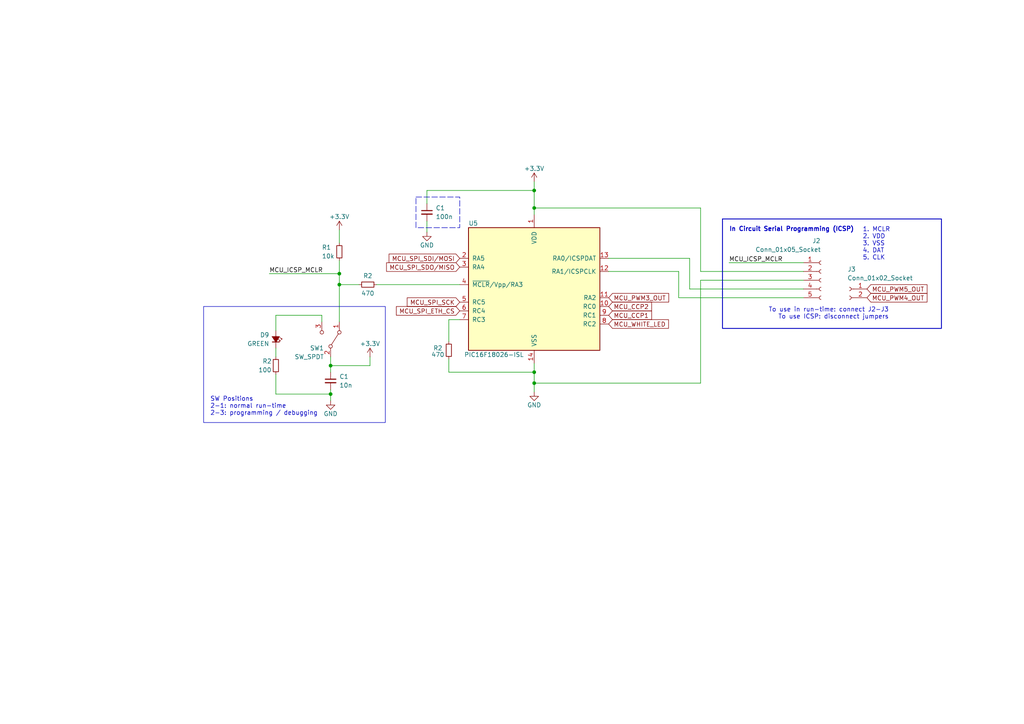
<source format=kicad_sch>
(kicad_sch (version 20230121) (generator eeschema)
  (paper "A4")
  (title_block (title "Photogrammetry Rig - LED Driver") (date "2023-08-02") (rev "0.1.0"))
  (lib_symbols
    (symbol "Connector:Conn_01x02_Socket" (pin_names (offset 1.016) hide)
      (property "Reference" "J" (at 0 2.54 0))
      (property "Value" "Conn_01x02_Socket" (at 0 -5.08 0))
      (symbol "Conn_01x02_Socket_1_1"
        (arc (start 0 -2.032) (mid -0.5058 -2.54) (end 0 -3.048) (stroke (width 0.1524)))
        (polyline (pts (xy -1.27 -2.54) (xy -0.508 -2.54)) (stroke (width 0.1524)))
        (polyline (pts (xy -1.27 0) (xy -0.508 0)) (stroke (width 0.1524)))
        (arc (start 0 0.508) (mid -0.5058 0) (end 0 -0.508) (stroke (width 0.1524)))
        (pin passive line (at -5.08 0 0) (length 3.81) (name "Pin_1") (number "1"))
        (pin passive line (at -5.08 -2.54 0) (length 3.81) (name "Pin_2") (number "2"))
      )
    )
    (symbol "Connector:Conn_01x05_Socket" (pin_names (offset 1.016) hide)
      (property "Reference" "J" (at 0 7.62 0))
      (property "Value" "Conn_01x05_Socket" (at 0 -7.62 0))
      (symbol "Conn_01x05_Socket_1_1"
        (arc (start 0 -4.572) (mid -0.5058 -5.08) (end 0 -5.588) (stroke (width 0.1524)))
        (arc (start 0 -2.032) (mid -0.5058 -2.54) (end 0 -3.048) (stroke (width 0.1524)))
        (polyline (pts (xy -1.27 -5.08) (xy -0.508 -5.08)) (stroke (width 0.1524)))
        (polyline (pts (xy -1.27 -2.54) (xy -0.508 -2.54)) (stroke (width 0.1524)))
        (polyline (pts (xy -1.27 0) (xy -0.508 0)) (stroke (width 0.1524)))
        (polyline (pts (xy -1.27 2.54) (xy -0.508 2.54)) (stroke (width 0.1524)))
        (polyline (pts (xy -1.27 5.08) (xy -0.508 5.08)) (stroke (width 0.1524)))
        (arc (start 0 0.508) (mid -0.5058 0) (end 0 -0.508) (stroke (width 0.1524)))
        (arc (start 0 3.048) (mid -0.5058 2.54) (end 0 2.032) (stroke (width 0.1524)))
        (arc (start 0 5.588) (mid -0.5058 5.08) (end 0 4.572) (stroke (width 0.1524)))
        (pin passive line (at -5.08 5.08 0) (length 3.81) (name "Pin_1") (number "1"))
        (pin passive line (at -5.08 2.54 0) (length 3.81) (name "Pin_2") (number "2"))
        (pin passive line (at -5.08 0 0) (length 3.81) (name "Pin_3") (number "3"))
        (pin passive line (at -5.08 -2.54 0) (length 3.81) (name "Pin_4") (number "4"))
        (pin passive line (at -5.08 -5.08 0) (length 3.81) (name "Pin_5") (number "5"))
      )
    )
    (symbol "Device:C_Small" (pin_numbers hide) (pin_names (offset 0.254) hide)
      (property "Reference" "C" (at 0.254 1.778 0))
      (property "Value" "C_Small" (at 0.254 -2.032 0))
      (symbol "C_Small_0_1"
        (polyline (pts (xy -1.524 -0.508) (xy 1.524 -0.508)) (stroke (width 0.3302)))
        (polyline (pts (xy -1.524 0.508) (xy 1.524 0.508)) (stroke (width 0.3048)))
      )
      (symbol "C_Small_1_1"
        (pin passive line (at 0 2.54 270) (length 2.032) (name "~") (number "1"))
        (pin passive line (at 0 -2.54 90) (length 2.032) (name "~") (number "2"))
      )
    )
    (symbol "Device:LED_Small_Filled" (pin_numbers hide) (pin_names (offset 0.254) hide)
      (property "Reference" "D" (at -1.27 3.175 0))
      (property "Value" "LED_Small_Filled" (at -4.445 -2.54 0))
      (symbol "LED_Small_Filled_0_1"
        (polyline (pts (xy -0.762 -1.016) (xy -0.762 1.016)) (stroke (width 0.254)))
        (polyline (pts (xy 1.016 0) (xy -0.762 0)))
        (polyline (pts (xy 0.762 -1.016) (xy -0.762 0) (xy 0.762 1.016) (xy 0.762 -1.016)) (stroke (width 0.254)) (fill (type outline)))
        (polyline (pts (xy 0 0.762) (xy -0.508 1.27) (xy -0.254 1.27) (xy -0.508 1.27) (xy -0.508 1.016)))
        (polyline (pts (xy 0.508 1.27) (xy 0 1.778) (xy 0.254 1.778) (xy 0 1.778) (xy 0 1.524)))
      )
      (symbol "LED_Small_Filled_1_1"
        (pin passive line (at -2.54 0 0) (length 1.778) (name "K") (number "1"))
        (pin passive line (at 2.54 0 180) (length 1.778) (name "A") (number "2"))
      )
    )
    (symbol "Device:R_Small" (pin_numbers hide) (pin_names (offset 0.254) hide)
      (property "Reference" "R" (at 0.762 0.508 0))
      (property "Value" "R_Small" (at 0.762 -1.016 0))
      (symbol "R_Small_0_1"
        (rectangle (start -0.762 1.778) (end 0.762 -1.778) (stroke (width 0.2032)))
      )
      (symbol "R_Small_1_1"
        (pin passive line (at 0 2.54 270) (length 0.762) (name "~") (number "1"))
        (pin passive line (at 0 -2.54 90) (length 0.762) (name "~") (number "2"))
      )
    )
    (symbol "MCU_Microchip_PIC1616f1829-ISL:PIC16F18026-ISL" (pin_names (offset 1.016))
      (property "Reference" "U" (at -19.05 22.86 0))
      (property "Value" "PIC16F18026-ISL" (at -19.05 20.32 0))
      (symbol "PIC16F18026-ISL_0_1"
        (rectangle (start -19.05 19.05) (end 19.05 -16.51) (stroke (width 0.254)) (fill (type background)))
      )
      (symbol "PIC16F18026-ISL_1_1"
        (pin power_in line (at 0 22.86 270) (length 3.81) (name "VDD") (number "1"))
        (pin bidirectional line (at 21.59 -3.81 180) (length 2.54) (name "RC0") (number "10"))
        (pin bidirectional line (at 21.59 -1.27 180) (length 2.54) (name "RA2") (number "11"))
        (pin input line (at 21.59 6.35 180) (length 2.54) (name "RA1/ICSPCLK") (number "12"))
        (pin input line (at 21.59 10.16 180) (length 2.54) (name "RA0/ICSPDAT") (number "13"))
        (pin power_in line (at 0 -20.32 90) (length 3.81) (name "VSS") (number "14"))
        (pin bidirectional line (at -21.59 10.16 0) (length 2.54) (name "RA5") (number "2"))
        (pin bidirectional line (at -21.59 7.62 0) (length 2.54) (name "RA4") (number "3"))
        (pin input line (at -21.59 2.54 0) (length 2.54) (name "~{MCLR}/Vpp/RA3") (number "4"))
        (pin bidirectional line (at -21.59 -2.54 0) (length 2.54) (name "RC5") (number "5"))
        (pin bidirectional line (at -21.59 -5.08 0) (length 2.54) (name "RC4") (number "6"))
        (pin bidirectional line (at -21.59 -7.62 0) (length 2.54) (name "RC3") (number "7"))
        (pin bidirectional line (at 21.59 -8.89 180) (length 2.54) (name "RC2") (number "8"))
        (pin bidirectional line (at 21.59 -6.35 180) (length 2.54) (name "RC1") (number "9"))
      )
    )
    (symbol "Switch:SW_SPDT" (pin_names (offset 0) hide)
      (property "Reference" "SW" (at 0 4.318 0))
      (property "Value" "SW_SPDT" (at 0 -5.08 0))
      (symbol "SW_SPDT_0_0"
        (circle (center -2.032 0) (radius 0.508))
        (circle (center 2.032 -2.54) (radius 0.508))
      )
      (symbol "SW_SPDT_0_1"
        (polyline (pts (xy -1.524 0.254) (xy 1.651 2.286)))
        (circle (center 2.032 2.54) (radius 0.508))
      )
      (symbol "SW_SPDT_1_1"
        (pin passive line (at 5.08 2.54 180) (length 2.54) (name "A") (number "1"))
        (pin passive line (at -5.08 0 0) (length 2.54) (name "B") (number "2"))
        (pin passive line (at 5.08 -2.54 180) (length 2.54) (name "C") (number "3"))
      )
    )
    (symbol "power:+3.3V" (power) (pin_names (offset 0))
      (property "Value" "+3.3V" (at 0 3.556 0))
      (symbol "+3.3V_0_1"
        (polyline (pts (xy -0.762 1.27) (xy 0 2.54)))
        (polyline (pts (xy 0 0) (xy 0 2.54)))
        (polyline (pts (xy 0 2.54) (xy 0.762 1.27)))
      )
      (symbol "+3.3V_1_1"
        (pin power_in line (at 0 0 90) (length 0) hide (name "+3.3V") (number "1"))
      )
    )
    (symbol "power:GND" (power) (pin_names (offset 0))
      (property "Value" "GND" (at 0 -3.81 0))
      (symbol "GND_0_1"
        (polyline (pts (xy 0 0) (xy 0 -1.27) (xy 1.27 -1.27) (xy 0 -2.54) (xy -1.27 -1.27) (xy 0 -1.27)))
      )
      (symbol "GND_1_1"
        (pin power_in line (at 0 0 270) (length 0) hide (name "GND") (number "1"))
      )
    )
  )
  (junction (at 154.94 55.245))
  (junction (at 98.425 79.375))
  (junction (at 154.94 107.95))
  (junction (at 154.94 60.325))
  (junction (at 98.425 82.55))
  (junction (at 95.885 106.045))
  (junction (at 95.885 114.3))
  (junction (at 154.94 111.125))
  (wire (pts (xy 154.94 105.41) (xy 154.94 107.95)))
  (wire (pts (xy 130.175 107.95) (xy 154.94 107.95)))
  (wire (pts (xy 154.94 55.245) (xy 154.94 60.325)))
  (wire (pts (xy 98.425 66.675) (xy 98.425 70.485)))
  (wire (pts (xy 154.94 60.325) (xy 154.94 62.23)))
  (wire (pts (xy 154.94 55.245) (xy 123.825 55.245)))
  (wire (pts (xy 200.025 83.82) (xy 200.025 74.93)))
  (wire (pts (xy 98.425 75.565) (xy 98.425 79.375)))
  (wire (pts (xy 80.01 91.44) (xy 93.345 91.44)))
  (wire (pts (xy 95.885 113.03) (xy 95.885 114.3)))
  (wire (pts (xy 154.94 111.125) (xy 203.2 111.125)))
  (wire (pts (xy 203.2 78.74) (xy 233.045 78.74)))
  (wire (pts (xy 98.425 82.55) (xy 104.14 82.55)))
  (wire (pts (xy 176.53 78.74) (xy 196.85 78.74)))
  (wire (pts (xy 78.105 79.375) (xy 98.425 79.375)))
  (wire (pts (xy 109.22 82.55) (xy 133.35 82.55)))
  (wire (pts (xy 95.885 103.505) (xy 95.885 106.045)))
  (wire (pts (xy 98.425 82.55) (xy 98.425 93.345)))
  (wire (pts (xy 95.885 106.045) (xy 95.885 107.95)))
  (wire (pts (xy 203.2 111.125) (xy 203.2 81.28)))
  (wire (pts (xy 176.53 74.93) (xy 200.025 74.93)))
  (wire (pts (xy 107.315 103.505) (xy 107.315 106.045)))
  (wire (pts (xy 130.175 104.14) (xy 130.175 107.95)))
  (wire (pts (xy 196.85 86.36) (xy 233.045 86.36)))
  (wire (pts (xy 154.94 111.125) (xy 154.94 113.665)))
  (wire (pts (xy 80.01 100.965) (xy 80.01 103.505)))
  (wire (pts (xy 107.315 106.045) (xy 95.885 106.045)))
  (wire (pts (xy 154.94 107.95) (xy 154.94 111.125)))
  (wire (pts (xy 80.01 108.585) (xy 80.01 114.3)))
  (wire (pts (xy 123.825 64.135) (xy 123.825 67.31)))
  (wire (pts (xy 200.025 83.82) (xy 233.045 83.82)))
  (wire (pts (xy 95.885 114.3) (xy 95.885 116.205)))
  (wire (pts (xy 154.94 60.325) (xy 203.2 60.325)))
  (wire (pts (xy 203.2 78.74) (xy 203.2 60.325)))
  (wire (pts (xy 154.94 52.705) (xy 154.94 55.245)))
  (wire (pts (xy 98.425 79.375) (xy 98.425 82.55)))
  (wire (pts (xy 133.35 92.71) (xy 130.175 92.71)))
  (wire (pts (xy 123.825 55.245) (xy 123.825 59.055)))
  (wire (pts (xy 203.2 81.28) (xy 233.045 81.28)))
  (wire (pts (xy 80.01 114.3) (xy 95.885 114.3)))
  (wire (pts (xy 93.345 91.44) (xy 93.345 93.345)))
  (wire (pts (xy 196.85 86.36) (xy 196.85 78.74)))
  (wire (pts (xy 233.045 76.2) (xy 211.455 76.2)))
  (wire (pts (xy 80.01 91.44) (xy 80.01 95.885)))
  (wire (pts (xy 130.175 92.71) (xy 130.175 99.06)))
  (rectangle (start 120.65 57.15) (end 133.35 66.04) (stroke (width 0) (type dash)))
  (rectangle (start 59.055 88.9) (end 111.76 122.555))
  (rectangle (start 209.55 63.5) (end 273.05 95.25) (stroke (width 0.254)))
  (text "In Circuit Serial Programming (ICSP)" (at 211.455 67.31 0) (effects (font (size 1.27 1.27) (thickness 0.254) bold) (justify left bottom)))
  (text "To use in run-time: connect J2-J3\nTo use ICSP: disconnect jumpers" (at 257.81 92.71 0) (effects (font (size 1.27 1.27)) (justify right bottom)))
  (text "1. MCLR\n2. VDD\n3. VSS\n4. DAT\n5. CLK" (at 250.19 75.565 0) (effects (font (size 1.27 1.27)) (justify left bottom)))
  (text "SW Positions\n2-1: normal run-time\n2-3: programming / debugging" (at 60.96 120.65 0) (effects (font (size 1.27 1.27)) (justify left bottom)))
  (label "MCU_ICSP_MCLR" (at 211.455 76.2 0))
  (label "MCU_ICSP_MCLR" (at 78.105 79.375 0))
  (global_label "MCU_CCP2" (shape input) (at 176.53 88.9 0) (property "Intersheetrefs" "${INTERSHEET_REFS}" (effects hide)))
  (global_label "MCU_PWM3_OUT" (shape input) (at 176.53 86.36 0) (property "Intersheetrefs" "${INTERSHEET_REFS}" (effects hide)))
  (global_label "MCU_SPI_ETH_CS" (shape input) (at 133.35 90.17 180) (property "Intersheetrefs" "${INTERSHEET_REFS}" (effects hide)))
  (global_label "MCU_SPI_SDO{slash}MISO" (shape input) (at 133.35 77.47 180) (property "Intersheetrefs" "${INTERSHEET_REFS}" (effects hide)))
  (global_label "MCU_WHITE_LED" (shape input) (at 176.53 93.98 0) (property "Intersheetrefs" "${INTERSHEET_REFS}" (effects hide)))
  (global_label "MCU_SPI_SCK" (shape input) (at 133.35 87.63 180) (property "Intersheetrefs" "${INTERSHEET_REFS}" (effects hide)))
  (global_label "MCU_SPI_SDI{slash}MOSI" (shape input) (at 133.35 74.93 180) (property "Intersheetrefs" "${INTERSHEET_REFS}" (effects hide)))
  (global_label "MCU_PWM4_OUT" (shape input) (at 251.46 86.36 0) (property "Intersheetrefs" "${INTERSHEET_REFS}" (effects hide)))
  (global_label "MCU_CCP1" (shape input) (at 176.53 91.44 0) (property "Intersheetrefs" "${INTERSHEET_REFS}" (effects hide)))
  (global_label "MCU_PWM5_OUT" (shape input) (at 251.46 83.82 0) (property "Intersheetrefs" "${INTERSHEET_REFS}" (effects hide)))
  (symbol (lib_id "Device:R_Small") (at 80.01 106.045 0) (mirror x) (unit 1)
    (property "Reference" "R2" (at 77.47 104.775 0))
    (property "Value" "100" (at 76.835 107.315 0))
    (property "Footprint" "Resistor_SMD:R_0402_1005Metric" (effects hide))
    (instances (project "LED-driver-kicad" (path "" (reference "R2") (unit 1)) (path "" (reference "R23") (unit 1))))
  )
  (symbol (lib_id "Device:C_Small") (at 123.825 61.595 0) (unit 1)
    (property "Reference" "C1" (at 126.365 60.3313 0) (effects (justify left)))
    (property "Value" "100n" (at 126.365 62.8713 0) (effects (justify left)))
    (property "Footprint" "Capacitor_SMD:C_0402_1005Metric" (effects hide))
    (instances (project "LED-driver-kicad" (path "" (reference "C1") (unit 1)) (path "" (reference "C19") (unit 1))))
  )
  (symbol (lib_id "Switch:SW_SPDT") (at 95.885 98.425 270) (mirror x) (unit 1)
    (property "Reference" "SW1" (at 93.98 100.965 90) (effects (justify right)))
    (property "Value" "SW_SPDT" (at 93.98 103.505 90) (effects (justify right)))
    (property "Footprint" "Button_Switch_SMD:SW_SPDT_CK-JS102011SAQN" (effects hide))
  )
  (symbol (lib_id "Device:R_Small") (at 106.68 82.55 90) (unit 1)
    (property "Reference" "R2" (at 106.68 80.01 90))
    (property "Value" "470" (at 106.68 85.09 90))
    (property "Footprint" "Resistor_SMD:R_0402_1005Metric" (effects hide))
    (instances (project "LED-driver-kicad" (path "" (reference "R2") (unit 1)) (path "" (reference "R22") (unit 1))))
  )
  (symbol (lib_id "power:GND") (at 95.885 116.205 0) (unit 1)
    (property "Reference" "#PWR02" (effects hide))
    (property "Value" "GND" (at 95.885 120.015 0))
    (instances (project "LED-driver-kicad" (path "" (reference "#PWR02") (unit 1)) (path "" (reference "#PWR032") (unit 1))))
  )
  (symbol (lib_id "power:GND") (at 154.94 113.665 0) (unit 1)
    (property "Reference" "#PWR033" (effects hide))
    (property "Value" "GND" (at 154.94 117.475 0))
  )
  (symbol (lib_id "power:+3.3V") (at 107.315 103.505 0) (unit 1)
    (property "Reference" "#PWR05" (effects hide))
    (property "Value" "+3.3V" (at 107.315 99.695 0))
    (instances (project "LED-driver-kicad" (path "" (reference "#PWR05") (unit 1)) (path "" (reference "#PWR031") (unit 1))))
  )
  (symbol (lib_id "Device:R_Small") (at 98.425 73.025 0) (unit 1)
    (property "Reference" "R1" (at 93.345 71.755 0) (effects (justify left)))
    (property "Value" "10k" (at 93.345 74.295 0) (effects (justify left)))
    (property "Footprint" "Resistor_SMD:R_0402_1005Metric" (effects hide))
    (instances (project "LED-driver-kicad" (path "" (reference "R1") (unit 1)) (path "" (reference "R21") (unit 1))))
  )
  (symbol (lib_id "power:GND") (at 123.825 67.31 0) (unit 1)
    (property "Reference" "#PWR030" (effects hide))
    (property "Value" "GND" (at 123.825 71.12 0))
  )
  (symbol (lib_id "Device:LED_Small_Filled") (at 80.01 98.425 270) (mirror x) (unit 1)
    (property "Reference" "D9" (at 78.105 97.155 90) (effects (justify right)))
    (property "Value" "GREEN" (at 78.105 99.695 90) (effects (justify right)))
    (property "Footprint" "LED_SMD:LED_0603_1608Metric" (effects hide))
  )
  (symbol (lib_id "Connector:Conn_01x05_Socket") (at 238.125 81.28 0) (unit 1)
    (property "Reference" "J2" (at 235.585 69.85 0) (effects (justify left)))
    (property "Value" "Conn_01x05_Socket" (at 219.075 72.39 0) (effects (justify left)))
    (property "Footprint" "Connector_PinSocket_1.00mm:PinSocket_1x05_P1.00mm_Vertical" (effects hide))
  )
  (symbol (lib_id "Device:C_Small") (at 95.885 110.49 0) (unit 1)
    (property "Reference" "C1" (at 98.425 109.2263 0) (effects (justify left)))
    (property "Value" "10n" (at 98.425 111.7663 0) (effects (justify left)))
    (property "Footprint" "Capacitor_SMD:C_0402_1005Metric" (effects hide))
    (instances (project "LED-driver-kicad" (path "" (reference "C1") (unit 1)) (path "" (reference "C20") (unit 1))))
  )
  (symbol (lib_id "power:+3.3V") (at 98.425 66.675 0) (unit 1)
    (property "Reference" "#PWR016" (effects hide))
    (property "Value" "+3.3V" (at 98.425 62.865 0))
    (instances (project "LED-driver-kicad" (path "" (reference "#PWR016") (unit 1)) (path "" (reference "#PWR029") (unit 1))))
  )
  (symbol (lib_id "Device:R_Small") (at 130.175 101.6 0) (mirror x) (unit 1)
    (property "Reference" "R2" (at 127 100.965 0))
    (property "Value" "470" (at 127 102.87 0))
    (property "Footprint" "Resistor_SMD:R_0402_1005Metric" (effects hide))
    (instances (project "LED-driver-kicad" (path "" (reference "R2") (unit 1)) (path "" (reference "R24") (unit 1))))
  )
  (symbol (lib_id "Connector:Conn_01x02_Socket") (at 246.38 83.82 0) (mirror y) (unit 1)
    (property "Reference" "J3" (at 247.015 78.105 0))
    (property "Value" "Conn_01x02_Socket" (at 255.27 80.645 0))
    (property "Footprint" "Connector_PinSocket_1.00mm:PinSocket_1x02_P1.00mm_Vertical" (effects hide))
  )
  (symbol (lib_id "MCU_Microchip_PIC1616f1829-ISL:PIC16F18026-ISL") (at 154.94 85.09 0) (unit 1)
    (property "Reference" "U5" (at 135.89 64.77 0) (effects (justify left)))
    (property "Value" "PIC16F18026-ISL" (at 134.62 102.87 0) (effects (justify left)))
    (property "Footprint" "Package_SO:SOIC-14_3.9x8.7mm_P1.27mm" (effects hide))
    (property "Datasheet" "https://ww1.microchip.com/downloads/aemDocuments/documents/MCU08/ProductDocuments/DataSheets/PIC16F18026-46-Microcontroller-Data-Sheet-40002415.pdf" (effects hide))
  )
  (symbol (lib_id "power:+3.3V") (at 154.94 52.705 0) (unit 1)
    (property "Reference" "#PWR028" (effects hide))
    (property "Value" "+3.3V" (at 154.94 48.895 0))
  )
)
</source>
